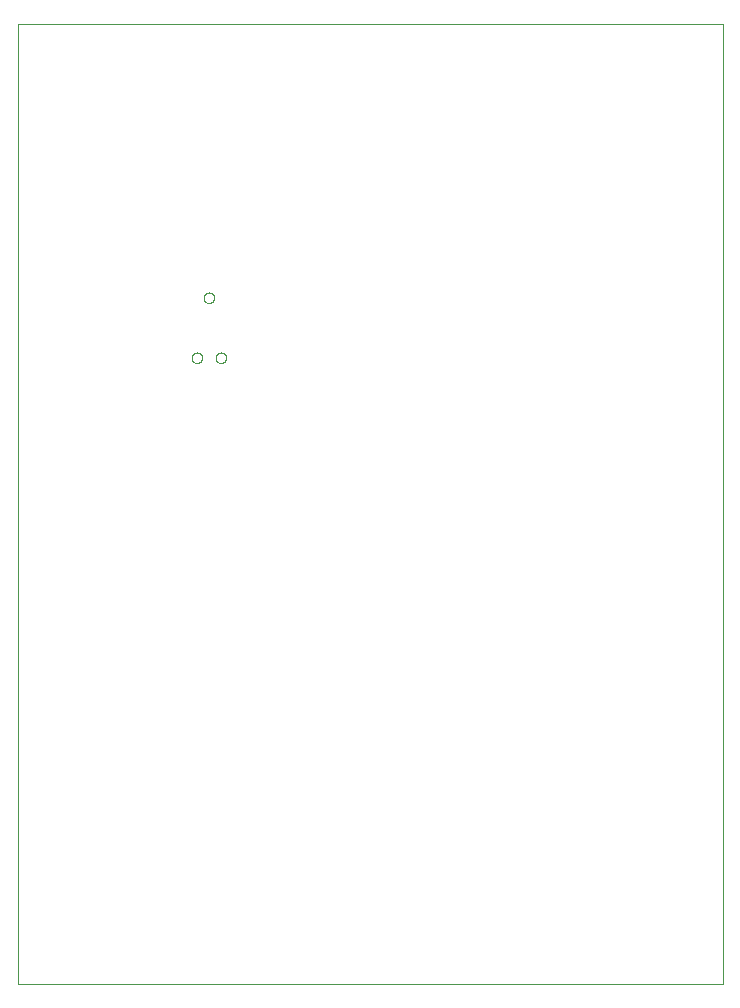
<source format=gko>
G75*
%MOIN*%
%OFA0B0*%
%FSLAX25Y25*%
%IPPOS*%
%LPD*%
%AMOC8*
5,1,8,0,0,1.08239X$1,22.5*
%
%ADD10C,0.00000*%
D10*
X0003768Y0001000D02*
X0003768Y0321000D01*
X0238768Y0321000D01*
X0238768Y0001000D01*
X0003768Y0001000D01*
X0061768Y0209750D02*
X0061770Y0209833D01*
X0061776Y0209916D01*
X0061786Y0209999D01*
X0061800Y0210081D01*
X0061817Y0210163D01*
X0061839Y0210243D01*
X0061864Y0210322D01*
X0061893Y0210400D01*
X0061926Y0210477D01*
X0061963Y0210552D01*
X0062002Y0210625D01*
X0062046Y0210696D01*
X0062092Y0210765D01*
X0062142Y0210832D01*
X0062195Y0210896D01*
X0062251Y0210958D01*
X0062310Y0211017D01*
X0062372Y0211073D01*
X0062436Y0211126D01*
X0062503Y0211176D01*
X0062572Y0211222D01*
X0062643Y0211266D01*
X0062716Y0211305D01*
X0062791Y0211342D01*
X0062868Y0211375D01*
X0062946Y0211404D01*
X0063025Y0211429D01*
X0063105Y0211451D01*
X0063187Y0211468D01*
X0063269Y0211482D01*
X0063352Y0211492D01*
X0063435Y0211498D01*
X0063518Y0211500D01*
X0063601Y0211498D01*
X0063684Y0211492D01*
X0063767Y0211482D01*
X0063849Y0211468D01*
X0063931Y0211451D01*
X0064011Y0211429D01*
X0064090Y0211404D01*
X0064168Y0211375D01*
X0064245Y0211342D01*
X0064320Y0211305D01*
X0064393Y0211266D01*
X0064464Y0211222D01*
X0064533Y0211176D01*
X0064600Y0211126D01*
X0064664Y0211073D01*
X0064726Y0211017D01*
X0064785Y0210958D01*
X0064841Y0210896D01*
X0064894Y0210832D01*
X0064944Y0210765D01*
X0064990Y0210696D01*
X0065034Y0210625D01*
X0065073Y0210552D01*
X0065110Y0210477D01*
X0065143Y0210400D01*
X0065172Y0210322D01*
X0065197Y0210243D01*
X0065219Y0210163D01*
X0065236Y0210081D01*
X0065250Y0209999D01*
X0065260Y0209916D01*
X0065266Y0209833D01*
X0065268Y0209750D01*
X0065266Y0209667D01*
X0065260Y0209584D01*
X0065250Y0209501D01*
X0065236Y0209419D01*
X0065219Y0209337D01*
X0065197Y0209257D01*
X0065172Y0209178D01*
X0065143Y0209100D01*
X0065110Y0209023D01*
X0065073Y0208948D01*
X0065034Y0208875D01*
X0064990Y0208804D01*
X0064944Y0208735D01*
X0064894Y0208668D01*
X0064841Y0208604D01*
X0064785Y0208542D01*
X0064726Y0208483D01*
X0064664Y0208427D01*
X0064600Y0208374D01*
X0064533Y0208324D01*
X0064464Y0208278D01*
X0064393Y0208234D01*
X0064320Y0208195D01*
X0064245Y0208158D01*
X0064168Y0208125D01*
X0064090Y0208096D01*
X0064011Y0208071D01*
X0063931Y0208049D01*
X0063849Y0208032D01*
X0063767Y0208018D01*
X0063684Y0208008D01*
X0063601Y0208002D01*
X0063518Y0208000D01*
X0063435Y0208002D01*
X0063352Y0208008D01*
X0063269Y0208018D01*
X0063187Y0208032D01*
X0063105Y0208049D01*
X0063025Y0208071D01*
X0062946Y0208096D01*
X0062868Y0208125D01*
X0062791Y0208158D01*
X0062716Y0208195D01*
X0062643Y0208234D01*
X0062572Y0208278D01*
X0062503Y0208324D01*
X0062436Y0208374D01*
X0062372Y0208427D01*
X0062310Y0208483D01*
X0062251Y0208542D01*
X0062195Y0208604D01*
X0062142Y0208668D01*
X0062092Y0208735D01*
X0062046Y0208804D01*
X0062002Y0208875D01*
X0061963Y0208948D01*
X0061926Y0209023D01*
X0061893Y0209100D01*
X0061864Y0209178D01*
X0061839Y0209257D01*
X0061817Y0209337D01*
X0061800Y0209419D01*
X0061786Y0209501D01*
X0061776Y0209584D01*
X0061770Y0209667D01*
X0061768Y0209750D01*
X0069768Y0209750D02*
X0069770Y0209833D01*
X0069776Y0209916D01*
X0069786Y0209999D01*
X0069800Y0210081D01*
X0069817Y0210163D01*
X0069839Y0210243D01*
X0069864Y0210322D01*
X0069893Y0210400D01*
X0069926Y0210477D01*
X0069963Y0210552D01*
X0070002Y0210625D01*
X0070046Y0210696D01*
X0070092Y0210765D01*
X0070142Y0210832D01*
X0070195Y0210896D01*
X0070251Y0210958D01*
X0070310Y0211017D01*
X0070372Y0211073D01*
X0070436Y0211126D01*
X0070503Y0211176D01*
X0070572Y0211222D01*
X0070643Y0211266D01*
X0070716Y0211305D01*
X0070791Y0211342D01*
X0070868Y0211375D01*
X0070946Y0211404D01*
X0071025Y0211429D01*
X0071105Y0211451D01*
X0071187Y0211468D01*
X0071269Y0211482D01*
X0071352Y0211492D01*
X0071435Y0211498D01*
X0071518Y0211500D01*
X0071601Y0211498D01*
X0071684Y0211492D01*
X0071767Y0211482D01*
X0071849Y0211468D01*
X0071931Y0211451D01*
X0072011Y0211429D01*
X0072090Y0211404D01*
X0072168Y0211375D01*
X0072245Y0211342D01*
X0072320Y0211305D01*
X0072393Y0211266D01*
X0072464Y0211222D01*
X0072533Y0211176D01*
X0072600Y0211126D01*
X0072664Y0211073D01*
X0072726Y0211017D01*
X0072785Y0210958D01*
X0072841Y0210896D01*
X0072894Y0210832D01*
X0072944Y0210765D01*
X0072990Y0210696D01*
X0073034Y0210625D01*
X0073073Y0210552D01*
X0073110Y0210477D01*
X0073143Y0210400D01*
X0073172Y0210322D01*
X0073197Y0210243D01*
X0073219Y0210163D01*
X0073236Y0210081D01*
X0073250Y0209999D01*
X0073260Y0209916D01*
X0073266Y0209833D01*
X0073268Y0209750D01*
X0073266Y0209667D01*
X0073260Y0209584D01*
X0073250Y0209501D01*
X0073236Y0209419D01*
X0073219Y0209337D01*
X0073197Y0209257D01*
X0073172Y0209178D01*
X0073143Y0209100D01*
X0073110Y0209023D01*
X0073073Y0208948D01*
X0073034Y0208875D01*
X0072990Y0208804D01*
X0072944Y0208735D01*
X0072894Y0208668D01*
X0072841Y0208604D01*
X0072785Y0208542D01*
X0072726Y0208483D01*
X0072664Y0208427D01*
X0072600Y0208374D01*
X0072533Y0208324D01*
X0072464Y0208278D01*
X0072393Y0208234D01*
X0072320Y0208195D01*
X0072245Y0208158D01*
X0072168Y0208125D01*
X0072090Y0208096D01*
X0072011Y0208071D01*
X0071931Y0208049D01*
X0071849Y0208032D01*
X0071767Y0208018D01*
X0071684Y0208008D01*
X0071601Y0208002D01*
X0071518Y0208000D01*
X0071435Y0208002D01*
X0071352Y0208008D01*
X0071269Y0208018D01*
X0071187Y0208032D01*
X0071105Y0208049D01*
X0071025Y0208071D01*
X0070946Y0208096D01*
X0070868Y0208125D01*
X0070791Y0208158D01*
X0070716Y0208195D01*
X0070643Y0208234D01*
X0070572Y0208278D01*
X0070503Y0208324D01*
X0070436Y0208374D01*
X0070372Y0208427D01*
X0070310Y0208483D01*
X0070251Y0208542D01*
X0070195Y0208604D01*
X0070142Y0208668D01*
X0070092Y0208735D01*
X0070046Y0208804D01*
X0070002Y0208875D01*
X0069963Y0208948D01*
X0069926Y0209023D01*
X0069893Y0209100D01*
X0069864Y0209178D01*
X0069839Y0209257D01*
X0069817Y0209337D01*
X0069800Y0209419D01*
X0069786Y0209501D01*
X0069776Y0209584D01*
X0069770Y0209667D01*
X0069768Y0209750D01*
X0065768Y0229750D02*
X0065770Y0229833D01*
X0065776Y0229916D01*
X0065786Y0229999D01*
X0065800Y0230081D01*
X0065817Y0230163D01*
X0065839Y0230243D01*
X0065864Y0230322D01*
X0065893Y0230400D01*
X0065926Y0230477D01*
X0065963Y0230552D01*
X0066002Y0230625D01*
X0066046Y0230696D01*
X0066092Y0230765D01*
X0066142Y0230832D01*
X0066195Y0230896D01*
X0066251Y0230958D01*
X0066310Y0231017D01*
X0066372Y0231073D01*
X0066436Y0231126D01*
X0066503Y0231176D01*
X0066572Y0231222D01*
X0066643Y0231266D01*
X0066716Y0231305D01*
X0066791Y0231342D01*
X0066868Y0231375D01*
X0066946Y0231404D01*
X0067025Y0231429D01*
X0067105Y0231451D01*
X0067187Y0231468D01*
X0067269Y0231482D01*
X0067352Y0231492D01*
X0067435Y0231498D01*
X0067518Y0231500D01*
X0067601Y0231498D01*
X0067684Y0231492D01*
X0067767Y0231482D01*
X0067849Y0231468D01*
X0067931Y0231451D01*
X0068011Y0231429D01*
X0068090Y0231404D01*
X0068168Y0231375D01*
X0068245Y0231342D01*
X0068320Y0231305D01*
X0068393Y0231266D01*
X0068464Y0231222D01*
X0068533Y0231176D01*
X0068600Y0231126D01*
X0068664Y0231073D01*
X0068726Y0231017D01*
X0068785Y0230958D01*
X0068841Y0230896D01*
X0068894Y0230832D01*
X0068944Y0230765D01*
X0068990Y0230696D01*
X0069034Y0230625D01*
X0069073Y0230552D01*
X0069110Y0230477D01*
X0069143Y0230400D01*
X0069172Y0230322D01*
X0069197Y0230243D01*
X0069219Y0230163D01*
X0069236Y0230081D01*
X0069250Y0229999D01*
X0069260Y0229916D01*
X0069266Y0229833D01*
X0069268Y0229750D01*
X0069266Y0229667D01*
X0069260Y0229584D01*
X0069250Y0229501D01*
X0069236Y0229419D01*
X0069219Y0229337D01*
X0069197Y0229257D01*
X0069172Y0229178D01*
X0069143Y0229100D01*
X0069110Y0229023D01*
X0069073Y0228948D01*
X0069034Y0228875D01*
X0068990Y0228804D01*
X0068944Y0228735D01*
X0068894Y0228668D01*
X0068841Y0228604D01*
X0068785Y0228542D01*
X0068726Y0228483D01*
X0068664Y0228427D01*
X0068600Y0228374D01*
X0068533Y0228324D01*
X0068464Y0228278D01*
X0068393Y0228234D01*
X0068320Y0228195D01*
X0068245Y0228158D01*
X0068168Y0228125D01*
X0068090Y0228096D01*
X0068011Y0228071D01*
X0067931Y0228049D01*
X0067849Y0228032D01*
X0067767Y0228018D01*
X0067684Y0228008D01*
X0067601Y0228002D01*
X0067518Y0228000D01*
X0067435Y0228002D01*
X0067352Y0228008D01*
X0067269Y0228018D01*
X0067187Y0228032D01*
X0067105Y0228049D01*
X0067025Y0228071D01*
X0066946Y0228096D01*
X0066868Y0228125D01*
X0066791Y0228158D01*
X0066716Y0228195D01*
X0066643Y0228234D01*
X0066572Y0228278D01*
X0066503Y0228324D01*
X0066436Y0228374D01*
X0066372Y0228427D01*
X0066310Y0228483D01*
X0066251Y0228542D01*
X0066195Y0228604D01*
X0066142Y0228668D01*
X0066092Y0228735D01*
X0066046Y0228804D01*
X0066002Y0228875D01*
X0065963Y0228948D01*
X0065926Y0229023D01*
X0065893Y0229100D01*
X0065864Y0229178D01*
X0065839Y0229257D01*
X0065817Y0229337D01*
X0065800Y0229419D01*
X0065786Y0229501D01*
X0065776Y0229584D01*
X0065770Y0229667D01*
X0065768Y0229750D01*
M02*

</source>
